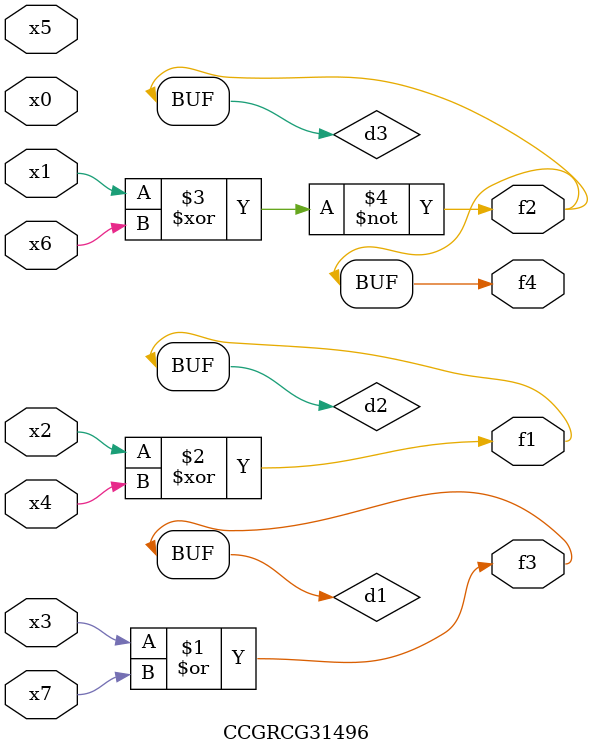
<source format=v>
module CCGRCG31496(
	input x0, x1, x2, x3, x4, x5, x6, x7,
	output f1, f2, f3, f4
);

	wire d1, d2, d3;

	or (d1, x3, x7);
	xor (d2, x2, x4);
	xnor (d3, x1, x6);
	assign f1 = d2;
	assign f2 = d3;
	assign f3 = d1;
	assign f4 = d3;
endmodule

</source>
